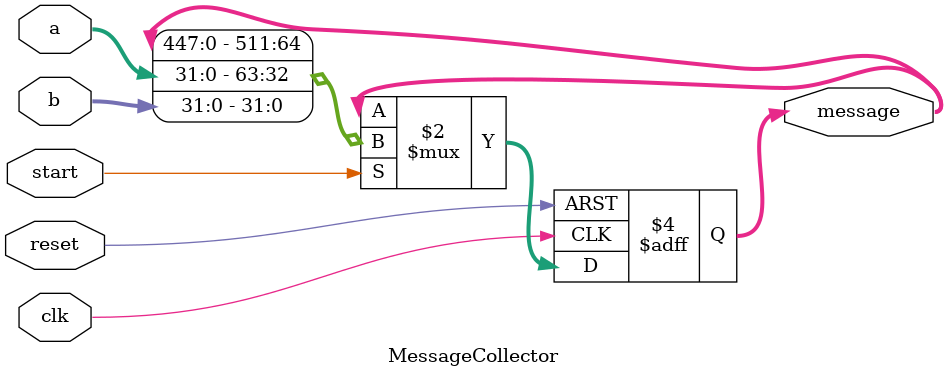
<source format=v>
/*
 * Written by Robert "Chip" Senkbeil
 *         on 11/30/2013
 * Version 1.1
 */
 
/**
 * This module provides the interface for the Nios II custom instruction for
 * collision checks. It is an extended instruction, meaning that it can perform
 * several different tasks based on a selection input.
 *
 * Input
 * -----
 *
 * clk:    The clock used to drive the collector
 * reset:  Used to reset the contents of the collector
 * start:  Used to indicate that two 32-bit inputs should be collected
 *
 * a:  A 32-bit input value to be collected
 * b:  A 32-bit input value to be collected
 *
 * Output
 * ------
 *
 * message: The 512-bit message currently stored within the collector
 *
 */
module MessageCollector(
    clk, reset, start,  // Execution inputs
    a, b,               // Data inputs
    message             // Instruction outputs
);

// ============================================================================
// = INPUTS/OUTPUTS
// ============================================================================

input               clk;
input               reset;
input               start;

input       [31:0]  a;
input       [31:0]  b;

output reg  [511:0] message;

// ============================================================================
// = LOGIC
// ============================================================================

always @(posedge clk, posedge reset) begin
    if (reset) begin
        message <= 512'b0;
    end else if (start) begin
        message <= {message[447:0], a, b};
    end
end

endmodule

</source>
